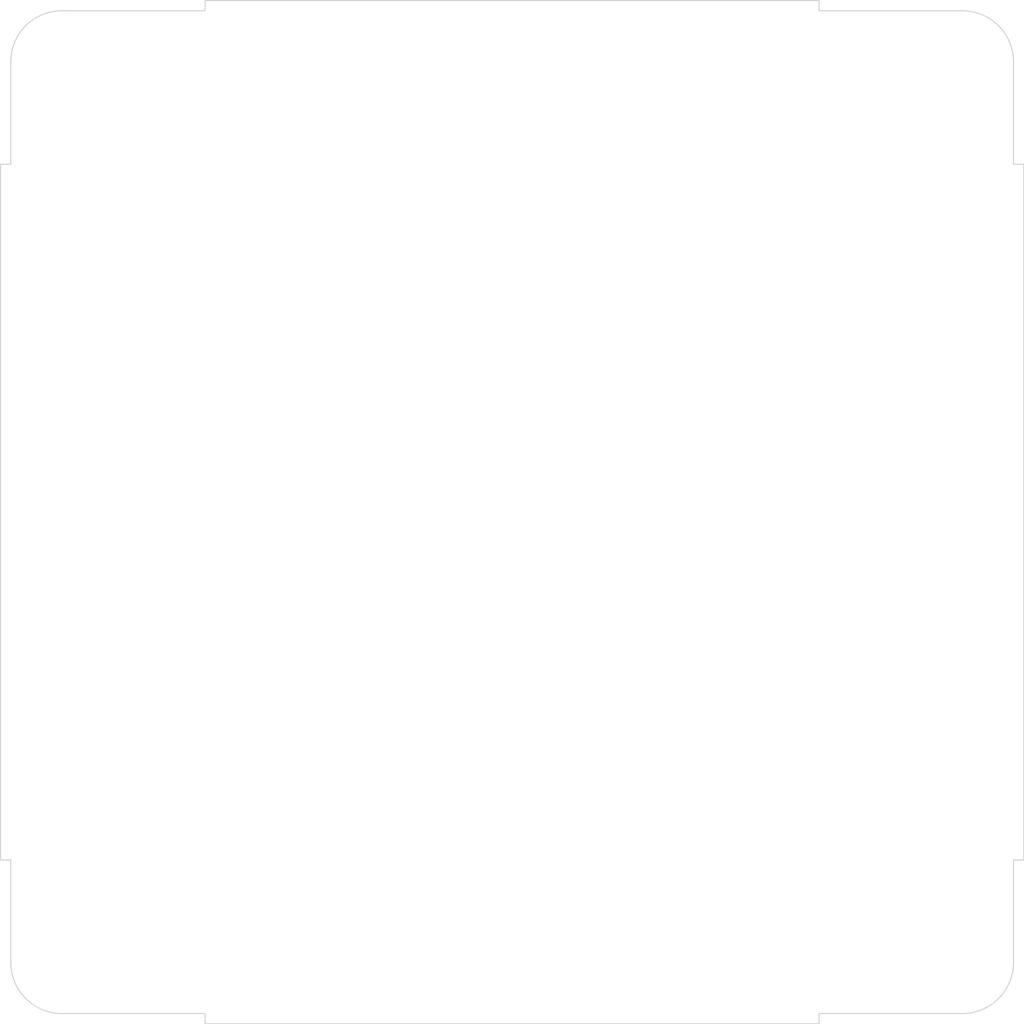
<source format=kicad_pcb>
(kicad_pcb (version 20171130) (host pcbnew 5.1.6-c6e7f7d~87~ubuntu18.04.1)

  (general
    (thickness 1.6)
    (drawings 24)
    (tracks 0)
    (zones 0)
    (modules 4)
    (nets 1)
  )

  (page A4)
  (layers
    (0 F.Cu signal)
    (31 B.Cu signal)
    (32 B.Adhes user)
    (33 F.Adhes user)
    (34 B.Paste user)
    (35 F.Paste user)
    (36 B.SilkS user)
    (37 F.SilkS user)
    (38 B.Mask user)
    (39 F.Mask user)
    (40 Dwgs.User user)
    (41 Cmts.User user)
    (42 Eco1.User user)
    (43 Eco2.User user)
    (44 Edge.Cuts user)
    (45 Margin user)
    (46 B.CrtYd user)
    (47 F.CrtYd user)
    (48 B.Fab user)
    (49 F.Fab user)
  )

  (setup
    (last_trace_width 0.1524)
    (user_trace_width 0.2)
    (user_trace_width 0.4)
    (user_trace_width 0.6)
    (user_trace_width 0.8)
    (user_trace_width 1)
    (user_trace_width 1.2)
    (user_trace_width 1.6)
    (user_trace_width 2)
    (trace_clearance 0.1524)
    (zone_clearance 0.508)
    (zone_45_only no)
    (trace_min 0.1524)
    (via_size 0.6)
    (via_drill 0.3)
    (via_min_size 0.6)
    (via_min_drill 0.3)
    (user_via 0.9 0.5)
    (user_via 1.2 0.8)
    (user_via 1.4 0.9)
    (user_via 1.5 1)
    (uvia_size 0.3)
    (uvia_drill 0.1)
    (uvias_allowed no)
    (uvia_min_size 0.2)
    (uvia_min_drill 0.1)
    (edge_width 0.05)
    (segment_width 0.2)
    (pcb_text_width 0.3)
    (pcb_text_size 1.5 1.5)
    (mod_edge_width 0.12)
    (mod_text_size 1 1)
    (mod_text_width 0.15)
    (pad_size 1.524 1.524)
    (pad_drill 0.762)
    (pad_to_mask_clearance 0.05)
    (aux_axis_origin 80 140)
    (visible_elements FFFFFF7F)
    (pcbplotparams
      (layerselection 0x010fc_ffffffff)
      (usegerberextensions false)
      (usegerberattributes true)
      (usegerberadvancedattributes true)
      (creategerberjobfile true)
      (excludeedgelayer true)
      (linewidth 0.100000)
      (plotframeref false)
      (viasonmask false)
      (mode 1)
      (useauxorigin false)
      (hpglpennumber 1)
      (hpglpenspeed 20)
      (hpglpendiameter 15.000000)
      (psnegative false)
      (psa4output false)
      (plotreference true)
      (plotvalue true)
      (plotinvisibletext false)
      (padsonsilk false)
      (subtractmaskfromsilk false)
      (outputformat 1)
      (mirror false)
      (drillshape 1)
      (scaleselection 1)
      (outputdirectory ""))
  )

  (net 0 "")

  (net_class Default "This is the default net class."
    (clearance 0.1524)
    (trace_width 0.1524)
    (via_dia 0.6)
    (via_drill 0.3)
    (uvia_dia 0.3)
    (uvia_drill 0.1)
  )

  (module m5mouse:mounting_hole_M3_nocourtyard locked (layer F.Cu) (tedit 5F2B593F) (tstamp 5F2BC2B2)
    (at 126.8 136.95)
    (fp_text reference MH2 (at -0.8 -3.05) (layer F.SilkS) hide
      (effects (font (size 1 1) (thickness 0.15)))
    )
    (fp_text value mountinghole_M2_M3 (at -0.8 -4.95) (layer F.Fab) hide
      (effects (font (size 1 1) (thickness 0.15)))
    )
    (fp_line (start 0.05 1.9) (end -3.1 1.9) (layer F.CrtYd) (width 0.05))
    (fp_line (start 0.05 -2.1) (end -3.1 -2.1) (layer F.CrtYd) (width 0.05))
    (fp_line (start 0.05 1.7) (end -3.1 1.7) (layer Cmts.User) (width 0.12))
    (fp_line (start 0.05 -1.9) (end -3.1 -1.9) (layer Cmts.User) (width 0.12))
    (fp_arc (start -3.1 -0.1) (end -3.1 -2.1) (angle -180) (layer F.CrtYd) (width 0.05))
    (fp_arc (start 0.05 -0.1) (end 0.05 1.9) (angle -180) (layer F.CrtYd) (width 0.05))
    (fp_arc (start -3.1 -0.1) (end -3.1 -1.9) (angle -180) (layer Cmts.User) (width 0.12))
    (fp_arc (start 0.05 -0.1) (end 0.05 1.7) (angle -180) (layer Cmts.User) (width 0.12))
    (fp_text user %R (at -0.75 3.05) (layer F.Fab) hide
      (effects (font (size 1 1) (thickness 0.15)))
    )
    (pad 1 np_thru_hole circle (at -3.1 -0.1) (size 2.2 2.2) (drill 2.2) (layers *.Cu *.Mask))
    (pad 1 np_thru_hole circle (at 0.05 -0.1) (size 3.2 3.2) (drill 3.2) (layers *.Cu *.Mask))
  )

  (module m5mouse:mounting_hole_M3_nocourtyard locked (layer F.Cu) (tedit 5F2B593F) (tstamp 5F2BC2A4)
    (at 83.2 136.75 180)
    (fp_text reference MH3 (at -0.8 -3.05) (layer F.SilkS) hide
      (effects (font (size 1 1) (thickness 0.15)))
    )
    (fp_text value mountinghole_M2_M3 (at -0.8 -4.95) (layer F.Fab) hide
      (effects (font (size 1 1) (thickness 0.15)))
    )
    (fp_line (start 0.05 1.9) (end -3.1 1.9) (layer F.CrtYd) (width 0.05))
    (fp_line (start 0.05 -2.1) (end -3.1 -2.1) (layer F.CrtYd) (width 0.05))
    (fp_line (start 0.05 1.7) (end -3.1 1.7) (layer Cmts.User) (width 0.12))
    (fp_line (start 0.05 -1.9) (end -3.1 -1.9) (layer Cmts.User) (width 0.12))
    (fp_text user %R (at -0.75 3.05) (layer F.Fab) hide
      (effects (font (size 1 1) (thickness 0.15)))
    )
    (fp_arc (start 0.05 -0.1) (end 0.05 1.7) (angle -180) (layer Cmts.User) (width 0.12))
    (fp_arc (start -3.1 -0.1) (end -3.1 -1.9) (angle -180) (layer Cmts.User) (width 0.12))
    (fp_arc (start 0.05 -0.1) (end 0.05 1.9) (angle -180) (layer F.CrtYd) (width 0.05))
    (fp_arc (start -3.1 -0.1) (end -3.1 -2.1) (angle -180) (layer F.CrtYd) (width 0.05))
    (pad 1 np_thru_hole circle (at 0.05 -0.1 180) (size 3.2 3.2) (drill 3.2) (layers *.Cu *.Mask))
    (pad 1 np_thru_hole circle (at -3.1 -0.1 180) (size 2.2 2.2) (drill 2.2) (layers *.Cu *.Mask))
  )

  (module m5mouse:mounting_hole_M3_nocourtyard locked (layer F.Cu) (tedit 5F2B593F) (tstamp 5F2BC20C)
    (at 83.2 93.05 180)
    (fp_text reference MH4 (at -0.8 -3.05) (layer F.SilkS) hide
      (effects (font (size 1 1) (thickness 0.15)))
    )
    (fp_text value mountinghole_M2_M3 (at -0.8 -4.95) (layer F.Fab) hide
      (effects (font (size 1 1) (thickness 0.15)))
    )
    (fp_line (start 0.05 1.9) (end -3.1 1.9) (layer F.CrtYd) (width 0.05))
    (fp_line (start 0.05 -2.1) (end -3.1 -2.1) (layer F.CrtYd) (width 0.05))
    (fp_line (start 0.05 1.7) (end -3.1 1.7) (layer Cmts.User) (width 0.12))
    (fp_line (start 0.05 -1.9) (end -3.1 -1.9) (layer Cmts.User) (width 0.12))
    (fp_text user %R (at -0.75 3.05) (layer F.Fab) hide
      (effects (font (size 1 1) (thickness 0.15)))
    )
    (fp_arc (start 0.05 -0.1) (end 0.05 1.7) (angle -180) (layer Cmts.User) (width 0.12))
    (fp_arc (start -3.1 -0.1) (end -3.1 -1.9) (angle -180) (layer Cmts.User) (width 0.12))
    (fp_arc (start 0.05 -0.1) (end 0.05 1.9) (angle -180) (layer F.CrtYd) (width 0.05))
    (fp_arc (start -3.1 -0.1) (end -3.1 -2.1) (angle -180) (layer F.CrtYd) (width 0.05))
    (pad 1 np_thru_hole circle (at 0.05 -0.1 180) (size 3.2 3.2) (drill 3.2) (layers *.Cu *.Mask))
    (pad 1 np_thru_hole circle (at -3.1 -0.1 180) (size 2.2 2.2) (drill 2.2) (layers *.Cu *.Mask))
  )

  (module m5mouse:mounting_hole_M3_nocourtyard locked (layer F.Cu) (tedit 5F2B593F) (tstamp 5F2BB685)
    (at 126.8 93.25)
    (fp_text reference MH1 (at -0.8 -3.05) (layer F.SilkS) hide
      (effects (font (size 1 1) (thickness 0.15)))
    )
    (fp_text value mountinghole_M2_M3 (at -0.8 -4.95) (layer F.Fab) hide
      (effects (font (size 1 1) (thickness 0.15)))
    )
    (fp_arc (start -3.1 -0.1) (end -3.1 -2.1) (angle -180) (layer F.CrtYd) (width 0.05))
    (fp_arc (start 0.05 -0.1) (end 0.05 1.9) (angle -180) (layer F.CrtYd) (width 0.05))
    (fp_arc (start -3.1 -0.1) (end -3.1 -1.9) (angle -180) (layer Cmts.User) (width 0.12))
    (fp_arc (start 0.05 -0.1) (end 0.05 1.7) (angle -180) (layer Cmts.User) (width 0.12))
    (fp_text user %R (at -0.75 3.05) (layer F.Fab) hide
      (effects (font (size 1 1) (thickness 0.15)))
    )
    (fp_line (start 0.05 1.9) (end -3.1 1.9) (layer F.CrtYd) (width 0.05))
    (fp_line (start 0.05 -2.1) (end -3.1 -2.1) (layer F.CrtYd) (width 0.05))
    (fp_line (start 0.05 1.7) (end -3.1 1.7) (layer Cmts.User) (width 0.12))
    (fp_line (start 0.05 -1.9) (end -3.1 -1.9) (layer Cmts.User) (width 0.12))
    (pad 1 np_thru_hole circle (at -3.1 -0.1) (size 2.2 2.2) (drill 2.2) (layers *.Cu *.Mask))
    (pad 1 np_thru_hole circle (at 0.05 -0.1) (size 3.2 3.2) (drill 3.2) (layers *.Cu *.Mask))
  )

  (gr_line (start 129.5 137) (end 129.5 132) (layer Edge.Cuts) (width 0.05) (tstamp 5F2775D2))
  (gr_arc (start 127 137) (end 129.5 137) (angle 90) (layer Edge.Cuts) (width 0.05) (tstamp 5F2775D1))
  (gr_line (start 127 139.5) (end 120 139.5) (layer Edge.Cuts) (width 0.05) (tstamp 5F2775D0))
  (gr_line (start 120 139.5) (end 120 140) (layer Edge.Cuts) (width 0.05) (tstamp 5F2775CF))
  (gr_line (start 130 132) (end 129.5 132) (layer Edge.Cuts) (width 0.05) (tstamp 5F2775CE))
  (gr_line (start 80.5 93) (end 80.5 98) (layer Edge.Cuts) (width 0.05) (tstamp 5F277622))
  (gr_arc (start 83 93) (end 80.5 93) (angle 90) (layer Edge.Cuts) (width 0.05) (tstamp 5F27761F))
  (gr_line (start 83 90.5) (end 90 90.5) (layer Edge.Cuts) (width 0.05) (tstamp 5F27762B))
  (gr_line (start 90 90.5) (end 90 90) (layer Edge.Cuts) (width 0.05) (tstamp 5F277625))
  (gr_line (start 80 98) (end 80.5 98) (layer Edge.Cuts) (width 0.05) (tstamp 5F277628))
  (gr_line (start 129.5 93) (end 129.5 98) (layer Edge.Cuts) (width 0.05) (tstamp 5F2775D2))
  (gr_arc (start 127 93) (end 129.5 93) (angle -90) (layer Edge.Cuts) (width 0.05) (tstamp 5F2775D1))
  (gr_line (start 127 90.5) (end 120 90.5) (layer Edge.Cuts) (width 0.05) (tstamp 5F2775D0))
  (gr_line (start 120 90.5) (end 120 90) (layer Edge.Cuts) (width 0.05) (tstamp 5F2775CF))
  (gr_line (start 130 98) (end 129.5 98) (layer Edge.Cuts) (width 0.05) (tstamp 5F2775CE))
  (gr_line (start 90 139.5) (end 90 140) (layer Edge.Cuts) (width 0.05))
  (gr_line (start 83 139.5) (end 90 139.5) (layer Edge.Cuts) (width 0.05))
  (gr_line (start 80.5 137) (end 80.5 132) (layer Edge.Cuts) (width 0.05) (tstamp 5F277531))
  (gr_arc (start 83 137) (end 80.5 137) (angle -90) (layer Edge.Cuts) (width 0.05))
  (gr_line (start 80 132) (end 80.5 132) (layer Edge.Cuts) (width 0.05))
  (gr_line (start 120 140) (end 90 140) (layer Edge.Cuts) (width 0.05) (tstamp 5F2773C8))
  (gr_line (start 130 98) (end 130 132) (layer Edge.Cuts) (width 0.05))
  (gr_line (start 90 90) (end 120 90) (layer Edge.Cuts) (width 0.05))
  (gr_line (start 80 132) (end 80 98) (layer Edge.Cuts) (width 0.05))

)

</source>
